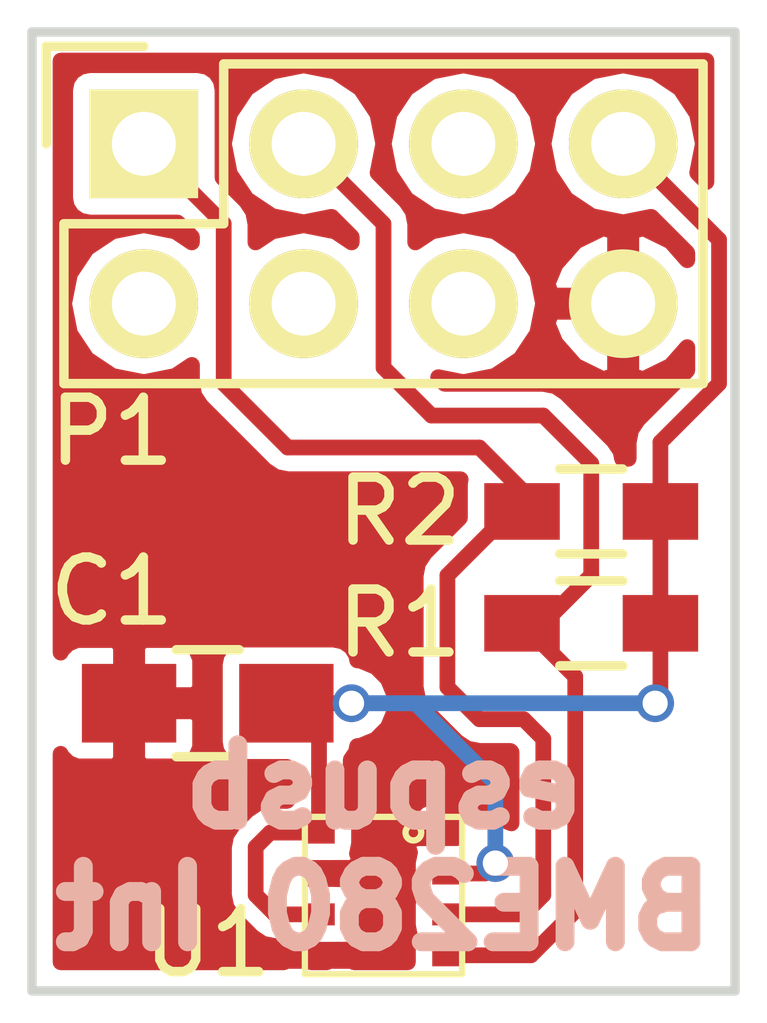
<source format=kicad_pcb>
(kicad_pcb (version 4) (host pcbnew "(2015-11-24 BZR 6329)-product")

  (general
    (links 14)
    (no_connects 0)
    (area 135.353667 89.501 163.271381 107.696001)
    (thickness 1.6)
    (drawings 5)
    (tracks 51)
    (zones 0)
    (modules 5)
    (nets 5)
  )

  (page A4)
  (layers
    (0 F.Cu signal)
    (31 B.Cu signal)
    (32 B.Adhes user)
    (33 F.Adhes user)
    (34 B.Paste user)
    (35 F.Paste user)
    (36 B.SilkS user)
    (37 F.SilkS user)
    (38 B.Mask user)
    (39 F.Mask user)
    (40 Dwgs.User user)
    (41 Cmts.User user)
    (42 Eco1.User user)
    (43 Eco2.User user)
    (44 Edge.Cuts user)
    (45 Margin user)
    (46 B.CrtYd user)
    (47 F.CrtYd user)
    (48 B.Fab user)
    (49 F.Fab user)
  )

  (setup
    (last_trace_width 0.25)
    (trace_clearance 0.2)
    (zone_clearance 0.254)
    (zone_45_only no)
    (trace_min 0.2)
    (segment_width 0.2)
    (edge_width 0.15)
    (via_size 0.6)
    (via_drill 0.4)
    (via_min_size 0.4)
    (via_min_drill 0.3)
    (uvia_size 0.3)
    (uvia_drill 0.1)
    (uvias_allowed no)
    (uvia_min_size 0.2)
    (uvia_min_drill 0.1)
    (pcb_text_width 0.3)
    (pcb_text_size 1.5 1.5)
    (mod_edge_width 0.15)
    (mod_text_size 1 1)
    (mod_text_width 0.15)
    (pad_size 1.524 1.524)
    (pad_drill 0.762)
    (pad_to_mask_clearance 0.2)
    (aux_axis_origin 0 0)
    (visible_elements FFFFFF7F)
    (pcbplotparams
      (layerselection 0x010f0_80000001)
      (usegerberextensions false)
      (excludeedgelayer true)
      (linewidth 0.100000)
      (plotframeref false)
      (viasonmask false)
      (mode 1)
      (useauxorigin false)
      (hpglpennumber 1)
      (hpglpenspeed 20)
      (hpglpendiameter 15)
      (hpglpenoverlay 2)
      (psnegative false)
      (psa4output false)
      (plotreference true)
      (plotvalue true)
      (plotinvisibletext false)
      (padsonsilk false)
      (subtractmaskfromsilk false)
      (outputformat 1)
      (mirror false)
      (drillshape 0)
      (scaleselection 1)
      (outputdirectory gerbers/))
  )

  (net 0 "")
  (net 1 +3V3)
  (net 2 GND)
  (net 3 "Net-(P1-Pad1)")
  (net 4 "Net-(P1-Pad3)")

  (net_class Default "This is the default net class."
    (clearance 0.2)
    (trace_width 0.25)
    (via_dia 0.6)
    (via_drill 0.4)
    (uvia_dia 0.3)
    (uvia_drill 0.1)
    (add_net +3V3)
    (add_net GND)
    (add_net "Net-(P1-Pad1)")
    (add_net "Net-(P1-Pad3)")
  )

  (module Capacitors_SMD:C_0805_HandSoldering (layer F.Cu) (tedit 57E23D6A) (tstamp 57E23A72)
    (at 141.478 102.616 180)
    (descr "Capacitor SMD 0805, hand soldering")
    (tags "capacitor 0805")
    (path /57E13B49)
    (attr smd)
    (fp_text reference C1 (at 1.524 1.778 180) (layer F.SilkS)
      (effects (font (size 1 1) (thickness 0.15)))
    )
    (fp_text value 10uF (at -15.494 -1.016 180) (layer F.Fab) hide
      (effects (font (size 1 1) (thickness 0.15)))
    )
    (fp_line (start -2.3 -1) (end 2.3 -1) (layer F.CrtYd) (width 0.05))
    (fp_line (start -2.3 1) (end 2.3 1) (layer F.CrtYd) (width 0.05))
    (fp_line (start -2.3 -1) (end -2.3 1) (layer F.CrtYd) (width 0.05))
    (fp_line (start 2.3 -1) (end 2.3 1) (layer F.CrtYd) (width 0.05))
    (fp_line (start 0.5 -0.85) (end -0.5 -0.85) (layer F.SilkS) (width 0.15))
    (fp_line (start -0.5 0.85) (end 0.5 0.85) (layer F.SilkS) (width 0.15))
    (pad 1 smd rect (at -1.25 0 180) (size 1.5 1.25) (layers F.Cu F.Paste F.Mask)
      (net 1 +3V3))
    (pad 2 smd rect (at 1.25 0 180) (size 1.5 1.25) (layers F.Cu F.Paste F.Mask)
      (net 2 GND))
    (model Capacitors_SMD.3dshapes/C_0805_HandSoldering.wrl
      (at (xyz 0 0 0))
      (scale (xyz 1 1 1))
      (rotate (xyz 0 0 0))
    )
  )

  (module Socket_Strips:Socket_Strip_Straight_2x04 (layer F.Cu) (tedit 57E23D77) (tstamp 57E23A7E)
    (at 140.462 93.726)
    (descr "Through hole socket strip")
    (tags "socket strip")
    (path /57E13C3A)
    (fp_text reference P1 (at -0.508 4.572) (layer F.SilkS)
      (effects (font (size 1 1) (thickness 0.15)))
    )
    (fp_text value CONN_02X04 (at 0 -3.1) (layer F.Fab) hide
      (effects (font (size 1 1) (thickness 0.15)))
    )
    (fp_line (start -1.75 -1.75) (end -1.75 4.3) (layer F.CrtYd) (width 0.05))
    (fp_line (start 9.4 -1.75) (end 9.4 4.3) (layer F.CrtYd) (width 0.05))
    (fp_line (start -1.75 -1.75) (end 9.4 -1.75) (layer F.CrtYd) (width 0.05))
    (fp_line (start -1.75 4.3) (end 9.4 4.3) (layer F.CrtYd) (width 0.05))
    (fp_line (start 1.27 -1.27) (end 8.89 -1.27) (layer F.SilkS) (width 0.15))
    (fp_line (start 8.89 -1.27) (end 8.89 3.81) (layer F.SilkS) (width 0.15))
    (fp_line (start 8.89 3.81) (end -1.27 3.81) (layer F.SilkS) (width 0.15))
    (fp_line (start -1.27 3.81) (end -1.27 1.27) (layer F.SilkS) (width 0.15))
    (fp_line (start 0 -1.55) (end -1.55 -1.55) (layer F.SilkS) (width 0.15))
    (fp_line (start -1.27 1.27) (end 1.27 1.27) (layer F.SilkS) (width 0.15))
    (fp_line (start 1.27 1.27) (end 1.27 -1.27) (layer F.SilkS) (width 0.15))
    (fp_line (start -1.55 -1.55) (end -1.55 0) (layer F.SilkS) (width 0.15))
    (pad 1 thru_hole rect (at 0 0) (size 1.7272 1.7272) (drill 1.016) (layers *.Cu *.Mask F.SilkS)
      (net 3 "Net-(P1-Pad1)"))
    (pad 2 thru_hole oval (at 0 2.54) (size 1.7272 1.7272) (drill 1.016) (layers *.Cu *.Mask F.SilkS))
    (pad 3 thru_hole oval (at 2.54 0) (size 1.7272 1.7272) (drill 1.016) (layers *.Cu *.Mask F.SilkS)
      (net 4 "Net-(P1-Pad3)"))
    (pad 4 thru_hole oval (at 2.54 2.54) (size 1.7272 1.7272) (drill 1.016) (layers *.Cu *.Mask F.SilkS))
    (pad 5 thru_hole oval (at 5.08 0) (size 1.7272 1.7272) (drill 1.016) (layers *.Cu *.Mask F.SilkS))
    (pad 6 thru_hole oval (at 5.08 2.54) (size 1.7272 1.7272) (drill 1.016) (layers *.Cu *.Mask F.SilkS))
    (pad 7 thru_hole oval (at 7.62 0) (size 1.7272 1.7272) (drill 1.016) (layers *.Cu *.Mask F.SilkS)
      (net 1 +3V3))
    (pad 8 thru_hole oval (at 7.62 2.54) (size 1.7272 1.7272) (drill 1.016) (layers *.Cu *.Mask F.SilkS)
      (net 2 GND))
    (model Socket_Strips.3dshapes/Socket_Strip_Straight_2x04.wrl
      (at (xyz 0.15 -0.05 0))
      (scale (xyz 1 1 1))
      (rotate (xyz 0 0 180))
    )
  )

  (module Resistors_SMD:R_0603_HandSoldering (layer F.Cu) (tedit 57E23D67) (tstamp 57E23A84)
    (at 147.574 101.346 180)
    (descr "Resistor SMD 0603, hand soldering")
    (tags "resistor 0603")
    (path /57E135E3)
    (attr smd)
    (fp_text reference R1 (at 3.048 0 180) (layer F.SilkS)
      (effects (font (size 1 1) (thickness 0.15)))
    )
    (fp_text value 10K (at -8.89 -1.27 180) (layer F.Fab) hide
      (effects (font (size 1 1) (thickness 0.15)))
    )
    (fp_line (start -2 -0.8) (end 2 -0.8) (layer F.CrtYd) (width 0.05))
    (fp_line (start -2 0.8) (end 2 0.8) (layer F.CrtYd) (width 0.05))
    (fp_line (start -2 -0.8) (end -2 0.8) (layer F.CrtYd) (width 0.05))
    (fp_line (start 2 -0.8) (end 2 0.8) (layer F.CrtYd) (width 0.05))
    (fp_line (start 0.5 0.675) (end -0.5 0.675) (layer F.SilkS) (width 0.15))
    (fp_line (start -0.5 -0.675) (end 0.5 -0.675) (layer F.SilkS) (width 0.15))
    (pad 1 smd rect (at -1.1 0 180) (size 1.2 0.9) (layers F.Cu F.Paste F.Mask)
      (net 1 +3V3))
    (pad 2 smd rect (at 1.1 0 180) (size 1.2 0.9) (layers F.Cu F.Paste F.Mask)
      (net 4 "Net-(P1-Pad3)"))
    (model Resistors_SMD.3dshapes/R_0603_HandSoldering.wrl
      (at (xyz 0 0 0))
      (scale (xyz 1 1 1))
      (rotate (xyz 0 0 0))
    )
  )

  (module Resistors_SMD:R_0603_HandSoldering (layer F.Cu) (tedit 57E23D73) (tstamp 57E23A8A)
    (at 147.574 99.568 180)
    (descr "Resistor SMD 0603, hand soldering")
    (tags "resistor 0603")
    (path /57E13610)
    (attr smd)
    (fp_text reference R2 (at 3.048 0 180) (layer F.SilkS)
      (effects (font (size 1 1) (thickness 0.15)))
    )
    (fp_text value 10K (at -13.97 1.27 180) (layer F.Fab) hide
      (effects (font (size 1 1) (thickness 0.15)))
    )
    (fp_line (start -2 -0.8) (end 2 -0.8) (layer F.CrtYd) (width 0.05))
    (fp_line (start -2 0.8) (end 2 0.8) (layer F.CrtYd) (width 0.05))
    (fp_line (start -2 -0.8) (end -2 0.8) (layer F.CrtYd) (width 0.05))
    (fp_line (start 2 -0.8) (end 2 0.8) (layer F.CrtYd) (width 0.05))
    (fp_line (start 0.5 0.675) (end -0.5 0.675) (layer F.SilkS) (width 0.15))
    (fp_line (start -0.5 -0.675) (end 0.5 -0.675) (layer F.SilkS) (width 0.15))
    (pad 1 smd rect (at -1.1 0 180) (size 1.2 0.9) (layers F.Cu F.Paste F.Mask)
      (net 1 +3V3))
    (pad 2 smd rect (at 1.1 0 180) (size 1.2 0.9) (layers F.Cu F.Paste F.Mask)
      (net 3 "Net-(P1-Pad1)"))
    (model Resistors_SMD.3dshapes/R_0603_HandSoldering.wrl
      (at (xyz 0 0 0))
      (scale (xyz 1 1 1))
      (rotate (xyz 0 0 0))
    )
  )

  (module bme280:BME280 (layer F.Cu) (tedit 57E23D6E) (tstamp 57E23A96)
    (at 144.272 106.172)
    (path /57E134EA)
    (fp_text reference U1 (at -2.794 0.254) (layer F.SilkS)
      (effects (font (size 1 1) (thickness 0.15)))
    )
    (fp_text value BME280 (at 14.732 -0.254) (layer F.Fab) hide
      (effects (font (size 1 1) (thickness 0.15)))
    )
    (fp_circle (center 0.475 -1.5) (end 0.55 -1.4) (layer F.SilkS) (width 0.1))
    (fp_line (start -1.25 -1.75) (end 1.25 -1.75) (layer F.SilkS) (width 0.1))
    (fp_line (start 1.25 -1.75) (end 1.25 0.75) (layer F.SilkS) (width 0.1))
    (fp_line (start 1.25 0.75) (end -1.25 0.75) (layer F.SilkS) (width 0.1))
    (fp_line (start -1.25 0.75) (end -1.25 -1.75) (layer F.SilkS) (width 0.1))
    (pad 1 smd rect (at 1.025 -1.5) (size 0.5 0.35) (layers F.Cu F.Paste F.Mask)
      (net 2 GND))
    (pad 2 smd rect (at 1.025 -0.85) (size 0.5 0.35) (layers F.Cu F.Paste F.Mask)
      (net 1 +3V3))
    (pad 3 smd rect (at 1.025 -0.2) (size 0.5 0.35) (layers F.Cu F.Paste F.Mask)
      (net 3 "Net-(P1-Pad1)"))
    (pad 4 smd rect (at 1.025 0.45) (size 0.5 0.35) (layers F.Cu F.Paste F.Mask)
      (net 4 "Net-(P1-Pad3)"))
    (pad 5 smd rect (at -1.025 0.45) (size 0.5 0.35) (layers F.Cu F.Paste F.Mask)
      (net 2 GND))
    (pad 6 smd rect (at -1.025 -0.2) (size 0.5 0.35) (layers F.Cu F.Paste F.Mask)
      (net 1 +3V3))
    (pad 7 smd rect (at -1.025 -0.85) (size 0.5 0.35) (layers F.Cu F.Paste F.Mask)
      (net 2 GND))
    (pad 8 smd rect (at -1.025 -1.5) (size 0.5 0.35) (layers F.Cu F.Paste F.Mask)
      (net 1 +3V3))
  )

  (gr_text "espusb\nBME280 Int" (at 144.272 104.902) (layer B.SilkS)
    (effects (font (size 1.2 1.2) (thickness 0.3)) (justify mirror))
  )
  (gr_line (start 138.684 91.948) (end 149.86 91.948) (angle 90) (layer Edge.Cuts) (width 0.15))
  (gr_line (start 149.86 107.188) (end 138.684 107.188) (angle 90) (layer Edge.Cuts) (width 0.15))
  (gr_line (start 149.86 91.948) (end 149.86 107.188) (angle 90) (layer Edge.Cuts) (width 0.15))
  (gr_line (start 138.684 91.948) (end 138.684 107.188) (angle 90) (layer Edge.Cuts) (width 0.15))

  (segment (start 145.297 105.322) (end 145.884 105.322) (width 0.25) (layer F.Cu) (net 1))
  (segment (start 144.78 102.616) (end 143.764 102.616) (width 0.25) (layer B.Cu) (net 1) (tstamp 57E23D26))
  (segment (start 146.05 103.886) (end 144.78 102.616) (width 0.25) (layer B.Cu) (net 1) (tstamp 57E23D25))
  (segment (start 146.05 105.156) (end 146.05 103.886) (width 0.25) (layer B.Cu) (net 1) (tstamp 57E23D24))
  (via (at 146.05 105.156) (size 0.6) (drill 0.4) (layers F.Cu B.Cu) (net 1))
  (segment (start 145.884 105.322) (end 146.05 105.156) (width 0.25) (layer F.Cu) (net 1) (tstamp 57E23D12))
  (segment (start 142.728 102.616) (end 143.764 102.616) (width 0.25) (layer F.Cu) (net 1))
  (segment (start 148.674 102.532) (end 148.674 101.346) (width 0.25) (layer F.Cu) (net 1) (tstamp 57E23C84))
  (segment (start 148.59 102.616) (end 148.674 102.532) (width 0.25) (layer F.Cu) (net 1) (tstamp 57E23C83))
  (via (at 148.59 102.616) (size 0.6) (drill 0.4) (layers F.Cu B.Cu) (net 1))
  (segment (start 143.764 102.616) (end 148.59 102.616) (width 0.25) (layer B.Cu) (net 1) (tstamp 57E23C7F))
  (via (at 143.764 102.616) (size 0.6) (drill 0.4) (layers F.Cu B.Cu) (net 1))
  (segment (start 143.247 104.672) (end 143.247 103.135) (width 0.25) (layer F.Cu) (net 1))
  (segment (start 143.247 103.135) (end 142.728 102.616) (width 0.25) (layer F.Cu) (net 1) (tstamp 57E23C3F))
  (segment (start 143.247 105.972) (end 142.548 105.972) (width 0.25) (layer F.Cu) (net 1))
  (segment (start 142.47 104.672) (end 143.247 104.672) (width 0.25) (layer F.Cu) (net 1) (tstamp 57E23C3B))
  (segment (start 142.24 104.902) (end 142.47 104.672) (width 0.25) (layer F.Cu) (net 1) (tstamp 57E23C39))
  (segment (start 142.24 105.664) (end 142.24 104.902) (width 0.25) (layer F.Cu) (net 1) (tstamp 57E23C34))
  (segment (start 142.548 105.972) (end 142.24 105.664) (width 0.25) (layer F.Cu) (net 1) (tstamp 57E23C32))
  (segment (start 148.674 99.568) (end 148.674 98.468) (width 0.25) (layer F.Cu) (net 1))
  (segment (start 149.606 95.25) (end 148.082 93.726) (width 0.25) (layer F.Cu) (net 1) (tstamp 57E23BDD))
  (segment (start 149.606 97.536) (end 149.606 95.25) (width 0.25) (layer F.Cu) (net 1) (tstamp 57E23BDC))
  (segment (start 148.674 98.468) (end 149.606 97.536) (width 0.25) (layer F.Cu) (net 1) (tstamp 57E23BDB))
  (segment (start 148.674 101.092) (end 148.674 99.568) (width 0.25) (layer F.Cu) (net 1))
  (segment (start 145.297 105.972) (end 146.504 105.972) (width 0.25) (layer F.Cu) (net 3))
  (segment (start 145.288 100.584) (end 145.288 102.362) (width 0.25) (layer F.Cu) (net 3) (tstamp 57E23C0D))
  (segment (start 145.288 100.584) (end 146.304 99.568) (width 0.25) (layer F.Cu) (net 3) (tstamp 57E23C0C))
  (segment (start 145.796 102.87) (end 145.288 102.362) (width 0.25) (layer F.Cu) (net 3) (tstamp 57E23D0E))
  (segment (start 146.500002 102.87) (end 145.796 102.87) (width 0.25) (layer F.Cu) (net 3) (tstamp 57E23D08))
  (segment (start 146.812 103.181998) (end 146.500002 102.87) (width 0.25) (layer F.Cu) (net 3) (tstamp 57E23D06))
  (segment (start 146.812 105.664) (end 146.812 103.181998) (width 0.25) (layer F.Cu) (net 3) (tstamp 57E23D05))
  (segment (start 146.504 105.972) (end 146.812 105.664) (width 0.25) (layer F.Cu) (net 3) (tstamp 57E23D04))
  (segment (start 146.474 99.568) (end 146.474 99.23) (width 0.25) (layer F.Cu) (net 3))
  (segment (start 146.474 99.23) (end 145.796 98.552) (width 0.25) (layer F.Cu) (net 3) (tstamp 57E23C20))
  (segment (start 141.732 94.996) (end 140.462 93.726) (width 0.25) (layer F.Cu) (net 3) (tstamp 57E23C26))
  (segment (start 141.732 97.536) (end 141.732 94.996) (width 0.25) (layer F.Cu) (net 3) (tstamp 57E23C24))
  (segment (start 142.748 98.552) (end 141.732 97.536) (width 0.25) (layer F.Cu) (net 3) (tstamp 57E23C22))
  (segment (start 145.796 98.552) (end 142.748 98.552) (width 0.25) (layer F.Cu) (net 3) (tstamp 57E23C21))
  (segment (start 146.474 99.568) (end 146.304 99.568) (width 0.25) (layer F.Cu) (net 3))
  (segment (start 145.297 106.622) (end 146.616 106.622) (width 0.25) (layer F.Cu) (net 4))
  (segment (start 147.32 102.192) (end 146.474 101.346) (width 0.25) (layer F.Cu) (net 4) (tstamp 57E23CF6))
  (segment (start 147.32 105.918) (end 147.32 102.192) (width 0.25) (layer F.Cu) (net 4) (tstamp 57E23CF3))
  (segment (start 146.616 106.622) (end 147.32 105.918) (width 0.25) (layer F.Cu) (net 4) (tstamp 57E23CF0))
  (segment (start 146.474 101.346) (end 146.812 101.346) (width 0.25) (layer F.Cu) (net 4))
  (segment (start 146.812 101.346) (end 147.574 100.584) (width 0.25) (layer F.Cu) (net 4) (tstamp 57E23C16))
  (segment (start 144.272 94.996) (end 143.002 93.726) (width 0.25) (layer F.Cu) (net 4) (tstamp 57E23C1C))
  (segment (start 144.272 97.282) (end 144.272 94.996) (width 0.25) (layer F.Cu) (net 4) (tstamp 57E23C1B))
  (segment (start 145.034 98.044) (end 144.272 97.282) (width 0.25) (layer F.Cu) (net 4) (tstamp 57E23C1A))
  (segment (start 146.812 98.044) (end 145.034 98.044) (width 0.25) (layer F.Cu) (net 4) (tstamp 57E23C19))
  (segment (start 147.574 98.806) (end 146.812 98.044) (width 0.25) (layer F.Cu) (net 4) (tstamp 57E23C18))
  (segment (start 147.574 100.584) (end 147.574 98.806) (width 0.25) (layer F.Cu) (net 4) (tstamp 57E23C17))

  (zone (net 2) (net_name GND) (layer F.Cu) (tstamp 57E23C56) (hatch edge 0.508)
    (connect_pads (clearance 0.254))
    (min_thickness 0.254)
    (fill yes (arc_segments 16) (thermal_gap 0.254) (thermal_bridge_width 0.508))
    (polygon
      (pts
        (xy 150.368 107.696) (xy 138.176 107.696) (xy 138.176 91.44) (xy 150.368 91.44) (xy 150.368 107.696)
      )
    )
    (filled_polygon
      (pts
        (xy 149.404 94.332408) (xy 149.259169 94.187577) (xy 149.350983 93.726) (xy 149.256243 93.249712) (xy 148.986448 92.845935)
        (xy 148.582671 92.57614) (xy 148.106383 92.4814) (xy 148.057617 92.4814) (xy 147.581329 92.57614) (xy 147.177552 92.845935)
        (xy 146.907757 93.249712) (xy 146.813017 93.726) (xy 146.907757 94.202288) (xy 147.177552 94.606065) (xy 147.581329 94.87586)
        (xy 148.057617 94.9706) (xy 148.106383 94.9706) (xy 148.527285 94.886877) (xy 149.1 95.459592) (xy 149.1 95.574849)
        (xy 148.837199 95.27669) (xy 148.40112 95.062995) (xy 148.209 95.123135) (xy 148.209 96.139) (xy 148.229 96.139)
        (xy 148.229 96.393) (xy 148.209 96.393) (xy 148.209 97.408865) (xy 148.40112 97.469005) (xy 148.837199 97.25531)
        (xy 149.1 96.957151) (xy 149.1 97.326408) (xy 148.316204 98.110204) (xy 148.206517 98.274362) (xy 148.168 98.468)
        (xy 148.168 98.729536) (xy 148.074 98.729536) (xy 148.065123 98.731206) (xy 148.041483 98.612362) (xy 147.931796 98.448204)
        (xy 147.169796 97.686204) (xy 147.005638 97.576517) (xy 146.812 97.538) (xy 145.243592 97.538) (xy 145.141347 97.435755)
        (xy 145.517617 97.5106) (xy 145.566383 97.5106) (xy 146.042671 97.41586) (xy 146.446448 97.146065) (xy 146.716243 96.742288)
        (xy 146.747506 96.585118) (xy 146.879007 96.585118) (xy 147.005695 96.891001) (xy 147.326801 97.25531) (xy 147.76288 97.469005)
        (xy 147.955 97.408865) (xy 147.955 96.393) (xy 146.939688 96.393) (xy 146.879007 96.585118) (xy 146.747506 96.585118)
        (xy 146.810983 96.266) (xy 146.747507 95.946882) (xy 146.879007 95.946882) (xy 146.939688 96.139) (xy 147.955 96.139)
        (xy 147.955 95.123135) (xy 147.76288 95.062995) (xy 147.326801 95.27669) (xy 147.005695 95.640999) (xy 146.879007 95.946882)
        (xy 146.747507 95.946882) (xy 146.716243 95.789712) (xy 146.446448 95.385935) (xy 146.042671 95.11614) (xy 145.566383 95.0214)
        (xy 145.517617 95.0214) (xy 145.041329 95.11614) (xy 144.778 95.292091) (xy 144.778 94.996) (xy 144.739483 94.802362)
        (xy 144.629796 94.638204) (xy 144.179169 94.187577) (xy 144.270983 93.726) (xy 144.273017 93.726) (xy 144.367757 94.202288)
        (xy 144.637552 94.606065) (xy 145.041329 94.87586) (xy 145.517617 94.9706) (xy 145.566383 94.9706) (xy 146.042671 94.87586)
        (xy 146.446448 94.606065) (xy 146.716243 94.202288) (xy 146.810983 93.726) (xy 146.716243 93.249712) (xy 146.446448 92.845935)
        (xy 146.042671 92.57614) (xy 145.566383 92.4814) (xy 145.517617 92.4814) (xy 145.041329 92.57614) (xy 144.637552 92.845935)
        (xy 144.367757 93.249712) (xy 144.273017 93.726) (xy 144.270983 93.726) (xy 144.176243 93.249712) (xy 143.906448 92.845935)
        (xy 143.502671 92.57614) (xy 143.026383 92.4814) (xy 142.977617 92.4814) (xy 142.501329 92.57614) (xy 142.097552 92.845935)
        (xy 141.827757 93.249712) (xy 141.733017 93.726) (xy 141.827757 94.202288) (xy 142.097552 94.606065) (xy 142.501329 94.87586)
        (xy 142.977617 94.9706) (xy 143.026383 94.9706) (xy 143.447285 94.886877) (xy 143.766 95.205592) (xy 143.766 95.292091)
        (xy 143.502671 95.11614) (xy 143.026383 95.0214) (xy 142.977617 95.0214) (xy 142.501329 95.11614) (xy 142.238 95.292091)
        (xy 142.238 94.996) (xy 142.199483 94.802362) (xy 142.089796 94.638204) (xy 141.714064 94.262472) (xy 141.714064 92.8624)
        (xy 141.687497 92.72121) (xy 141.604054 92.591535) (xy 141.476734 92.504541) (xy 141.3256 92.473936) (xy 139.5984 92.473936)
        (xy 139.45721 92.500503) (xy 139.327535 92.583946) (xy 139.240541 92.711266) (xy 139.209936 92.8624) (xy 139.209936 94.5896)
        (xy 139.236503 94.73079) (xy 139.319946 94.860465) (xy 139.447266 94.947459) (xy 139.5984 94.978064) (xy 140.998472 94.978064)
        (xy 141.226 95.205592) (xy 141.226 95.292091) (xy 140.962671 95.11614) (xy 140.486383 95.0214) (xy 140.437617 95.0214)
        (xy 139.961329 95.11614) (xy 139.557552 95.385935) (xy 139.287757 95.789712) (xy 139.193017 96.266) (xy 139.287757 96.742288)
        (xy 139.557552 97.146065) (xy 139.961329 97.41586) (xy 140.437617 97.5106) (xy 140.486383 97.5106) (xy 140.962671 97.41586)
        (xy 141.226 97.239909) (xy 141.226 97.536) (xy 141.264517 97.729638) (xy 141.374204 97.893796) (xy 142.390204 98.909796)
        (xy 142.554362 99.019483) (xy 142.748 99.058) (xy 145.497686 99.058) (xy 145.485536 99.118) (xy 145.485536 99.670872)
        (xy 144.930204 100.226204) (xy 144.820517 100.390362) (xy 144.782 100.584) (xy 144.782 102.362) (xy 144.820517 102.555638)
        (xy 144.930204 102.719796) (xy 145.438204 103.227796) (xy 145.602362 103.337483) (xy 145.796 103.376) (xy 146.29041 103.376)
        (xy 146.306 103.39159) (xy 146.306 104.524924) (xy 146.186054 104.475118) (xy 145.928 104.474893) (xy 145.928 104.421215)
        (xy 145.869996 104.281181) (xy 145.76282 104.174004) (xy 145.622786 104.116) (xy 145.51725 104.116) (xy 145.422 104.21125)
        (xy 145.422 104.5845) (xy 145.444 104.5845) (xy 145.444 104.758536) (xy 145.047 104.758536) (xy 145.041877 104.7595)
        (xy 144.76125 104.7595) (xy 144.666 104.85475) (xy 144.666 104.922785) (xy 144.69358 104.989369) (xy 144.689141 104.995866)
        (xy 144.658536 105.147) (xy 144.658536 105.497) (xy 144.685103 105.63819) (xy 144.689605 105.645187) (xy 144.689141 105.645866)
        (xy 144.658536 105.797) (xy 144.658536 106.147) (xy 144.685103 106.28819) (xy 144.689605 106.295187) (xy 144.689141 106.295866)
        (xy 144.658536 106.447) (xy 144.658536 106.732) (xy 143.80525 106.732) (xy 143.78275 106.7095) (xy 143.372 106.7095)
        (xy 143.372 106.732) (xy 143.122 106.732) (xy 143.122 106.7095) (xy 142.71125 106.7095) (xy 142.68875 106.732)
        (xy 139.14 106.732) (xy 139.14 103.420596) (xy 139.155004 103.456819) (xy 139.26218 103.563996) (xy 139.402214 103.622)
        (xy 140.00575 103.622) (xy 140.101 103.52675) (xy 140.101 102.743) (xy 140.355 102.743) (xy 140.355 103.52675)
        (xy 140.45025 103.622) (xy 141.053786 103.622) (xy 141.19382 103.563996) (xy 141.300996 103.456819) (xy 141.359 103.316785)
        (xy 141.359 102.83825) (xy 141.26375 102.743) (xy 140.355 102.743) (xy 140.101 102.743) (xy 140.081 102.743)
        (xy 140.081 102.489) (xy 140.101 102.489) (xy 140.101 101.70525) (xy 140.355 101.70525) (xy 140.355 102.489)
        (xy 141.26375 102.489) (xy 141.359 102.39375) (xy 141.359 101.991) (xy 141.589536 101.991) (xy 141.589536 103.241)
        (xy 141.616103 103.38219) (xy 141.699546 103.511865) (xy 141.826866 103.598859) (xy 141.978 103.629464) (xy 142.741 103.629464)
        (xy 142.741 104.166) (xy 142.47 104.166) (xy 142.276362 104.204517) (xy 142.112204 104.314204) (xy 141.882204 104.544204)
        (xy 141.772517 104.708362) (xy 141.734 104.902) (xy 141.734 105.664) (xy 141.772517 105.857638) (xy 141.882204 106.021796)
        (xy 142.190204 106.329796) (xy 142.354362 106.439483) (xy 142.548 106.478) (xy 142.65475 106.478) (xy 142.71125 106.5345)
        (xy 142.99224 106.5345) (xy 142.997 106.535464) (xy 143.497 106.535464) (xy 143.502123 106.5345) (xy 143.78275 106.5345)
        (xy 143.878 106.43925) (xy 143.878 106.371215) (xy 143.85042 106.304631) (xy 143.854859 106.298134) (xy 143.885464 106.147)
        (xy 143.885464 105.797) (xy 143.858897 105.65581) (xy 143.849597 105.641357) (xy 143.878 105.572785) (xy 143.878 105.50475)
        (xy 143.78275 105.4095) (xy 143.50176 105.4095) (xy 143.497 105.408536) (xy 143.1 105.408536) (xy 143.1 105.235464)
        (xy 143.497 105.235464) (xy 143.502123 105.2345) (xy 143.78275 105.2345) (xy 143.878 105.13925) (xy 143.878 105.071215)
        (xy 143.85042 105.004631) (xy 143.854859 104.998134) (xy 143.885464 104.847) (xy 143.885464 104.497) (xy 143.871204 104.421215)
        (xy 144.666 104.421215) (xy 144.666 104.48925) (xy 144.76125 104.5845) (xy 145.172 104.5845) (xy 145.172 104.21125)
        (xy 145.07675 104.116) (xy 144.971214 104.116) (xy 144.83118 104.174004) (xy 144.724004 104.281181) (xy 144.666 104.421215)
        (xy 143.871204 104.421215) (xy 143.858897 104.35581) (xy 143.775454 104.226135) (xy 143.753 104.210793) (xy 143.753 103.513402)
        (xy 143.835859 103.392134) (xy 143.855108 103.29708) (xy 143.898865 103.297118) (xy 144.149252 103.193661) (xy 144.340987 103.002259)
        (xy 144.444882 102.752054) (xy 144.445118 102.481135) (xy 144.341661 102.230748) (xy 144.150259 102.039013) (xy 143.900054 101.935118)
        (xy 143.855942 101.93508) (xy 143.839897 101.84981) (xy 143.756454 101.720135) (xy 143.629134 101.633141) (xy 143.478 101.602536)
        (xy 141.978 101.602536) (xy 141.83681 101.629103) (xy 141.707135 101.712546) (xy 141.620141 101.839866) (xy 141.589536 101.991)
        (xy 141.359 101.991) (xy 141.359 101.915215) (xy 141.300996 101.775181) (xy 141.19382 101.668004) (xy 141.053786 101.61)
        (xy 140.45025 101.61) (xy 140.355 101.70525) (xy 140.101 101.70525) (xy 140.00575 101.61) (xy 139.402214 101.61)
        (xy 139.26218 101.668004) (xy 139.155004 101.775181) (xy 139.14 101.811404) (xy 139.14 92.404) (xy 149.404 92.404)
      )
    )
  )
)

</source>
